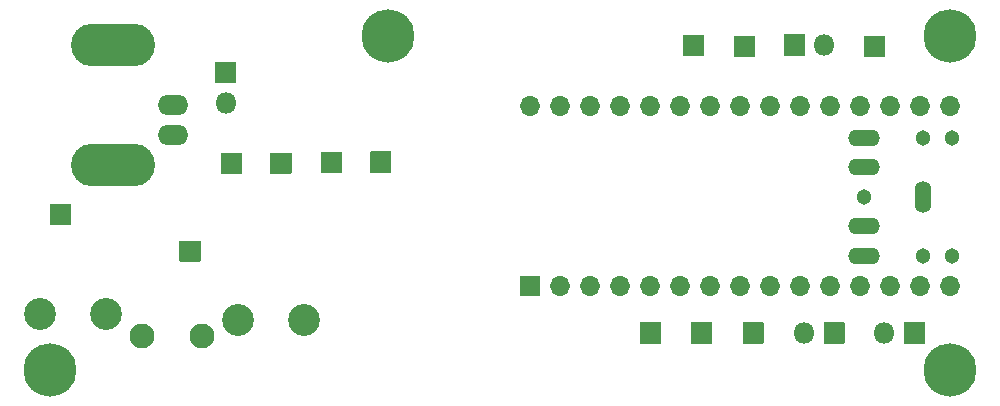
<source format=gbr>
G04 #@! TF.GenerationSoftware,KiCad,Pcbnew,(5.1.9)-1*
G04 #@! TF.CreationDate,2021-05-04T19:46:14-07:00*
G04 #@! TF.ProjectId,SDRReciever,53445252-6563-4696-9576-65722e6b6963,1*
G04 #@! TF.SameCoordinates,Original*
G04 #@! TF.FileFunction,Soldermask,Bot*
G04 #@! TF.FilePolarity,Negative*
%FSLAX46Y46*%
G04 Gerber Fmt 4.6, Leading zero omitted, Abs format (unit mm)*
G04 Created by KiCad (PCBNEW (5.1.9)-1) date 2021-05-04 19:46:14*
%MOMM*%
%LPD*%
G01*
G04 APERTURE LIST*
%ADD10O,1.702000X1.702000*%
%ADD11O,2.702000X1.402000*%
%ADD12O,1.402000X2.702000*%
%ADD13C,1.302000*%
%ADD14O,1.802000X1.802000*%
%ADD15C,2.702000*%
%ADD16C,2.102000*%
%ADD17C,4.502000*%
%ADD18O,7.102000X3.602000*%
%ADD19O,2.602000X1.702000*%
G04 APERTURE END LIST*
G36*
G01*
X140461900Y-140855800D02*
X138861900Y-140855800D01*
G75*
G02*
X138810900Y-140804800I0J51000D01*
G01*
X138810900Y-139204800D01*
G75*
G02*
X138861900Y-139153800I51000J0D01*
G01*
X140461900Y-139153800D01*
G75*
G02*
X140512900Y-139204800I0J-51000D01*
G01*
X140512900Y-140804800D01*
G75*
G02*
X140461900Y-140855800I-51000J0D01*
G01*
G37*
D10*
X172681900Y-124764800D03*
X142201900Y-140004800D03*
X170141900Y-124764800D03*
X144741900Y-140004800D03*
X167601900Y-124764800D03*
X147281900Y-140004800D03*
X165061900Y-124764800D03*
X149821900Y-140004800D03*
X162521900Y-124764800D03*
X152361900Y-140004800D03*
X159981900Y-124764800D03*
X154901900Y-140004800D03*
X157441900Y-124764800D03*
X157441900Y-140004800D03*
X154901900Y-124764800D03*
X159981900Y-140004800D03*
X152361900Y-124764800D03*
X162521900Y-140004800D03*
X149821900Y-124764800D03*
X165061900Y-140004800D03*
X147281900Y-124764800D03*
X167601900Y-140004800D03*
X144741900Y-124764800D03*
X170141900Y-140004800D03*
X142201900Y-124764800D03*
X172681900Y-140004800D03*
X139661900Y-124764800D03*
X175221900Y-140004800D03*
X175221900Y-124764800D03*
G36*
G01*
X152578500Y-120484000D02*
X152578500Y-118784000D01*
G75*
G02*
X152629500Y-118733000I51000J0D01*
G01*
X154329500Y-118733000D01*
G75*
G02*
X154380500Y-118784000I0J-51000D01*
G01*
X154380500Y-120484000D01*
G75*
G02*
X154329500Y-120535000I-51000J0D01*
G01*
X152629500Y-120535000D01*
G75*
G02*
X152578500Y-120484000I0J51000D01*
G01*
G37*
G36*
G01*
X98984500Y-134771500D02*
X98984500Y-133071500D01*
G75*
G02*
X99035500Y-133020500I51000J0D01*
G01*
X100735500Y-133020500D01*
G75*
G02*
X100786500Y-133071500I0J-51000D01*
G01*
X100786500Y-134771500D01*
G75*
G02*
X100735500Y-134822500I-51000J0D01*
G01*
X99035500Y-134822500D01*
G75*
G02*
X98984500Y-134771500I0J51000D01*
G01*
G37*
G36*
G01*
X167945500Y-120547500D02*
X167945500Y-118847500D01*
G75*
G02*
X167996500Y-118796500I51000J0D01*
G01*
X169696500Y-118796500D01*
G75*
G02*
X169747500Y-118847500I0J-51000D01*
G01*
X169747500Y-120547500D01*
G75*
G02*
X169696500Y-120598500I-51000J0D01*
G01*
X167996500Y-120598500D01*
G75*
G02*
X167945500Y-120547500I0J51000D01*
G01*
G37*
G36*
G01*
X156896500Y-120547500D02*
X156896500Y-118847500D01*
G75*
G02*
X156947500Y-118796500I51000J0D01*
G01*
X158647500Y-118796500D01*
G75*
G02*
X158698500Y-118847500I0J-51000D01*
G01*
X158698500Y-120547500D01*
G75*
G02*
X158647500Y-120598500I-51000J0D01*
G01*
X156947500Y-120598500D01*
G75*
G02*
X156896500Y-120547500I0J51000D01*
G01*
G37*
G36*
G01*
X110021000Y-136132000D02*
X111721000Y-136132000D01*
G75*
G02*
X111772000Y-136183000I0J-51000D01*
G01*
X111772000Y-137883000D01*
G75*
G02*
X111721000Y-137934000I-51000J0D01*
G01*
X110021000Y-137934000D01*
G75*
G02*
X109970000Y-137883000I0J51000D01*
G01*
X109970000Y-136183000D01*
G75*
G02*
X110021000Y-136132000I51000J0D01*
G01*
G37*
G36*
G01*
X150761000Y-143104500D02*
X150761000Y-144804500D01*
G75*
G02*
X150710000Y-144855500I-51000J0D01*
G01*
X149010000Y-144855500D01*
G75*
G02*
X148959000Y-144804500I0J51000D01*
G01*
X148959000Y-143104500D01*
G75*
G02*
X149010000Y-143053500I51000J0D01*
G01*
X150710000Y-143053500D01*
G75*
G02*
X150761000Y-143104500I0J-51000D01*
G01*
G37*
G36*
G01*
X159460500Y-143104500D02*
X159460500Y-144804500D01*
G75*
G02*
X159409500Y-144855500I-51000J0D01*
G01*
X157709500Y-144855500D01*
G75*
G02*
X157658500Y-144804500I0J51000D01*
G01*
X157658500Y-143104500D01*
G75*
G02*
X157709500Y-143053500I51000J0D01*
G01*
X159409500Y-143053500D01*
G75*
G02*
X159460500Y-143104500I0J-51000D01*
G01*
G37*
G36*
G01*
X155079000Y-143104500D02*
X155079000Y-144804500D01*
G75*
G02*
X155028000Y-144855500I-51000J0D01*
G01*
X153328000Y-144855500D01*
G75*
G02*
X153277000Y-144804500I0J51000D01*
G01*
X153277000Y-143104500D01*
G75*
G02*
X153328000Y-143053500I51000J0D01*
G01*
X155028000Y-143053500D01*
G75*
G02*
X155079000Y-143104500I0J-51000D01*
G01*
G37*
G36*
G01*
X113487900Y-130440800D02*
X113487900Y-128740800D01*
G75*
G02*
X113538900Y-128689800I51000J0D01*
G01*
X115238900Y-128689800D01*
G75*
G02*
X115289900Y-128740800I0J-51000D01*
G01*
X115289900Y-130440800D01*
G75*
G02*
X115238900Y-130491800I-51000J0D01*
G01*
X113538900Y-130491800D01*
G75*
G02*
X113487900Y-130440800I0J51000D01*
G01*
G37*
G36*
G01*
X117678900Y-130440800D02*
X117678900Y-128740800D01*
G75*
G02*
X117729900Y-128689800I51000J0D01*
G01*
X119429900Y-128689800D01*
G75*
G02*
X119480900Y-128740800I0J-51000D01*
G01*
X119480900Y-130440800D01*
G75*
G02*
X119429900Y-130491800I-51000J0D01*
G01*
X117729900Y-130491800D01*
G75*
G02*
X117678900Y-130440800I0J51000D01*
G01*
G37*
G36*
G01*
X121984200Y-130364600D02*
X121984200Y-128664600D01*
G75*
G02*
X122035200Y-128613600I51000J0D01*
G01*
X123735200Y-128613600D01*
G75*
G02*
X123786200Y-128664600I0J-51000D01*
G01*
X123786200Y-130364600D01*
G75*
G02*
X123735200Y-130415600I-51000J0D01*
G01*
X122035200Y-130415600D01*
G75*
G02*
X121984200Y-130364600I0J51000D01*
G01*
G37*
G36*
G01*
X126111700Y-130339200D02*
X126111700Y-128639200D01*
G75*
G02*
X126162700Y-128588200I51000J0D01*
G01*
X127862700Y-128588200D01*
G75*
G02*
X127913700Y-128639200I0J-51000D01*
G01*
X127913700Y-130339200D01*
G75*
G02*
X127862700Y-130390200I-51000J0D01*
G01*
X126162700Y-130390200D01*
G75*
G02*
X126111700Y-130339200I0J51000D01*
G01*
G37*
D11*
X167932600Y-127435600D03*
X167932600Y-137435600D03*
X167932600Y-134935600D03*
X167932600Y-129935600D03*
D12*
X172932600Y-132435600D03*
D13*
X167932600Y-132435600D03*
X172932600Y-137435600D03*
X175432600Y-137435600D03*
X172932600Y-127435600D03*
X175432600Y-127435600D03*
D14*
X113893600Y-124460000D03*
G36*
G01*
X112992600Y-122770000D02*
X112992600Y-121070000D01*
G75*
G02*
X113043600Y-121019000I51000J0D01*
G01*
X114743600Y-121019000D01*
G75*
G02*
X114794600Y-121070000I0J-51000D01*
G01*
X114794600Y-122770000D01*
G75*
G02*
X114743600Y-122821000I-51000J0D01*
G01*
X113043600Y-122821000D01*
G75*
G02*
X112992600Y-122770000I0J51000D01*
G01*
G37*
X164592000Y-119570500D03*
G36*
G01*
X162902000Y-120471500D02*
X161202000Y-120471500D01*
G75*
G02*
X161151000Y-120420500I0J51000D01*
G01*
X161151000Y-118720500D01*
G75*
G02*
X161202000Y-118669500I51000J0D01*
G01*
X162902000Y-118669500D01*
G75*
G02*
X162953000Y-118720500I0J-51000D01*
G01*
X162953000Y-120420500D01*
G75*
G02*
X162902000Y-120471500I-51000J0D01*
G01*
G37*
G36*
G01*
X164567500Y-143053500D02*
X166267500Y-143053500D01*
G75*
G02*
X166318500Y-143104500I0J-51000D01*
G01*
X166318500Y-144804500D01*
G75*
G02*
X166267500Y-144855500I-51000J0D01*
G01*
X164567500Y-144855500D01*
G75*
G02*
X164516500Y-144804500I0J51000D01*
G01*
X164516500Y-143104500D01*
G75*
G02*
X164567500Y-143053500I51000J0D01*
G01*
G37*
X162877500Y-143954500D03*
G36*
G01*
X171362000Y-143053500D02*
X173062000Y-143053500D01*
G75*
G02*
X173113000Y-143104500I0J-51000D01*
G01*
X173113000Y-144804500D01*
G75*
G02*
X173062000Y-144855500I-51000J0D01*
G01*
X171362000Y-144855500D01*
G75*
G02*
X171311000Y-144804500I0J51000D01*
G01*
X171311000Y-143104500D01*
G75*
G02*
X171362000Y-143053500I51000J0D01*
G01*
G37*
X169672000Y-143954500D03*
D15*
X103758300Y-142316200D03*
X98158300Y-142316200D03*
D16*
X111861600Y-144233900D03*
X106781600Y-144233900D03*
D15*
X114922300Y-142824200D03*
X120522300Y-142824200D03*
D17*
X99060000Y-147066000D03*
X175196500Y-147066000D03*
X127635000Y-118808500D03*
X175196500Y-118808500D03*
D18*
X104368600Y-129705100D03*
X104368600Y-119545100D03*
D19*
X109448600Y-124625100D03*
X109448600Y-127165100D03*
M02*

</source>
